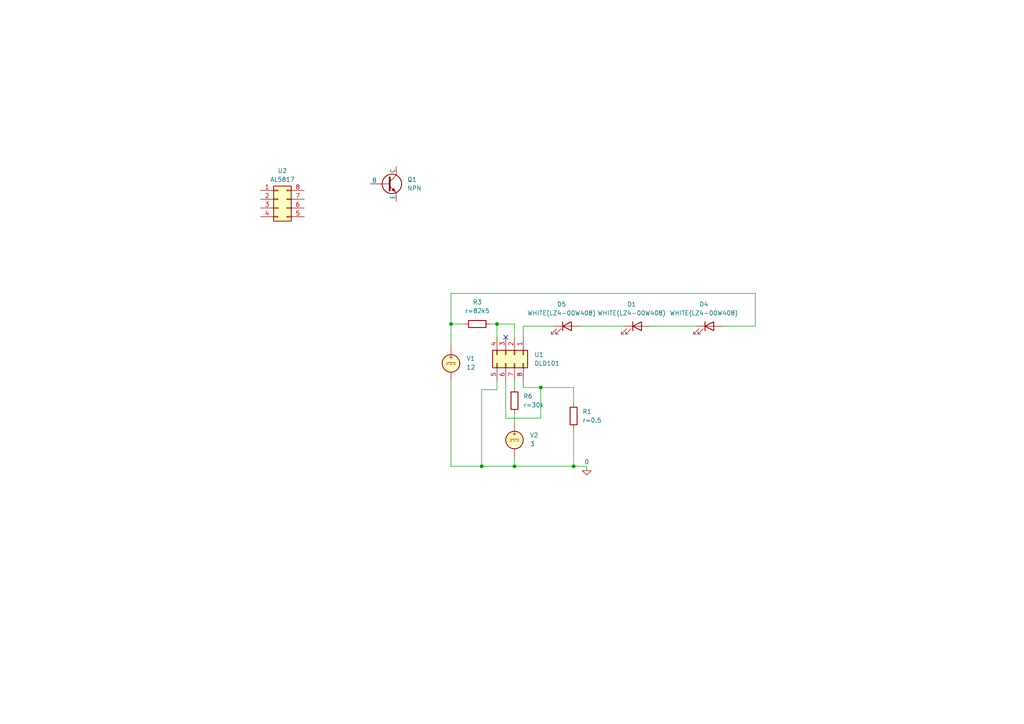
<source format=kicad_sch>
(kicad_sch (version 20230121) (generator eeschema)
  (paper "A4")
  (lib_symbols
    (symbol "Connector_Generic:Conn_02x04_Counter_Clockwise" (pin_names (offset 1.016) hide)
      (property "Reference" "J" (at 1.27 5.08 0))
      (property "Value" "Conn_02x04_Counter_Clockwise" (at 1.27 -7.62 0))
      (symbol "Conn_02x04_Counter_Clockwise_1_1"
        (rectangle (start -1.27 -4.953) (end 0 -5.207) (stroke (width 0.1524)))
        (rectangle (start -1.27 -2.413) (end 0 -2.667) (stroke (width 0.1524)))
        (rectangle (start -1.27 0.127) (end 0 -0.127) (stroke (width 0.1524)))
        (rectangle (start -1.27 2.667) (end 0 2.413) (stroke (width 0.1524)))
        (rectangle (start -1.27 3.81) (end 3.81 -6.35) (stroke (width 0.254)) (fill (type background)))
        (rectangle (start 3.81 -4.953) (end 2.54 -5.207) (stroke (width 0.1524)))
        (rectangle (start 3.81 -2.413) (end 2.54 -2.667) (stroke (width 0.1524)))
        (rectangle (start 3.81 0.127) (end 2.54 -0.127) (stroke (width 0.1524)))
        (rectangle (start 3.81 2.667) (end 2.54 2.413) (stroke (width 0.1524)))
        (pin passive line (at -5.08 2.54 0) (length 3.81) (name "Pin_1") (number "1"))
        (pin passive line (at -5.08 0 0) (length 3.81) (name "Pin_2") (number "2"))
        (pin passive line (at -5.08 -2.54 0) (length 3.81) (name "Pin_3") (number "3"))
        (pin passive line (at -5.08 -5.08 0) (length 3.81) (name "Pin_4") (number "4"))
        (pin passive line (at 7.62 -5.08 180) (length 3.81) (name "Pin_5") (number "5"))
        (pin passive line (at 7.62 -2.54 180) (length 3.81) (name "Pin_6") (number "6"))
        (pin passive line (at 7.62 0 180) (length 3.81) (name "Pin_7") (number "7"))
        (pin passive line (at 7.62 2.54 180) (length 3.81) (name "Pin_8") (number "8"))
      )
    )
    (symbol "Device:LED" (pin_numbers hide) (pin_names (offset 1.016) hide)
      (property "Reference" "D" (at 0 2.54 0))
      (property "Value" "LED" (at 0 -2.54 0))
      (symbol "LED_0_1"
        (polyline (pts (xy -1.27 -1.27) (xy -1.27 1.27)) (stroke (width 0.254)))
        (polyline (pts (xy -1.27 0) (xy 1.27 0)))
        (polyline (pts (xy 1.27 -1.27) (xy 1.27 1.27) (xy -1.27 0) (xy 1.27 -1.27)) (stroke (width 0.254)))
        (polyline (pts (xy -3.048 -0.762) (xy -4.572 -2.286) (xy -3.81 -2.286) (xy -4.572 -2.286) (xy -4.572 -1.524)))
        (polyline (pts (xy -1.778 -0.762) (xy -3.302 -2.286) (xy -2.54 -2.286) (xy -3.302 -2.286) (xy -3.302 -1.524)))
      )
      (symbol "LED_1_1"
        (pin passive line (at -3.81 0 0) (length 2.54) (name "K") (number "1"))
        (pin passive line (at 3.81 0 180) (length 2.54) (name "A") (number "2"))
      )
    )
    (symbol "Device:R" (pin_numbers hide) (pin_names (offset 0))
      (property "Reference" "R" (at 2.032 0 90))
      (property "Value" "R" (at 0 0 90))
      (symbol "R_0_1"
        (rectangle (start -1.016 -2.54) (end 1.016 2.54) (stroke (width 0.254)))
      )
      (symbol "R_1_1"
        (pin passive line (at 0 3.81 270) (length 1.27) (name "~") (number "1"))
        (pin passive line (at 0 -3.81 90) (length 1.27) (name "~") (number "2"))
      )
    )
    (symbol "Simulation_SPICE:0" (power) (pin_names (offset 0))
      (property "Value" "0" (at 0 -1.778 0))
      (symbol "0_0_1"
        (polyline (pts (xy -1.27 0) (xy 0 -1.27) (xy 1.27 0) (xy -1.27 0)))
      )
      (symbol "0_1_1"
        (pin power_in line (at 0 0 0) (length 0) hide (name "0") (number "1"))
      )
    )
    (symbol "Simulation_SPICE:NPN" (pin_numbers hide) (pin_names (offset 0))
      (property "Reference" "Q" (at -2.54 7.62 0))
      (property "Value" "NPN" (at -2.54 5.08 0))
      (symbol "NPN_0_1"
        (polyline (pts (xy -2.54 0) (xy 0.635 0)) (stroke (width 0.1524)))
        (polyline (pts (xy 0.635 0.635) (xy 2.54 2.54)))
        (polyline (pts (xy 2.794 -1.27) (xy 2.794 -1.27)) (stroke (width 0.1524)))
        (polyline (pts (xy 2.794 -1.27) (xy 2.794 -1.27)) (stroke (width 0.1524)))
        (polyline (pts (xy 0.635 -0.635) (xy 2.54 -2.54) (xy 2.54 -2.54)))
        (polyline (pts (xy 0.635 1.905) (xy 0.635 -1.905) (xy 0.635 -1.905)) (stroke (width 0.508)))
        (polyline (pts (xy 1.27 -1.778) (xy 1.778 -1.27) (xy 2.286 -2.286) (xy 1.27 -1.778) (xy 1.27 -1.778)) (fill (type outline)))
        (circle (center 1.27 0) (radius 2.8194) (stroke (width 0.254)))
      )
      (symbol "NPN_1_1"
        (pin open_collector line (at 2.54 5.08 270) (length 2.54) (name "C") (number "1"))
        (pin input line (at -5.08 0 0) (length 2.54) (name "B") (number "2"))
        (pin open_emitter line (at 2.54 -5.08 90) (length 2.54) (name "E") (number "3"))
      )
    )
    (symbol "Simulation_SPICE:VDC" (pin_numbers hide) (pin_names (offset 0.0254))
      (property "Reference" "V" (at 2.54 2.54 0))
      (property "Value" "1" (at 2.54 0 0))
      (symbol "VDC_0_0"
        (polyline (pts (xy -1.27 0.254) (xy 1.27 0.254)))
        (polyline (pts (xy -0.762 -0.254) (xy -1.27 -0.254)))
        (polyline (pts (xy 0.254 -0.254) (xy -0.254 -0.254)))
        (polyline (pts (xy 1.27 -0.254) (xy 0.762 -0.254)))
        (text "+" (at 0 1.905 0) (effects (font (size 1.27 1.27))))
      )
      (symbol "VDC_0_1"
        (circle (center 0 0) (radius 2.54) (stroke (width 0.254)) (fill (type background)))
      )
      (symbol "VDC_1_1"
        (pin passive line (at 0 5.08 270) (length 2.54) (name "~") (number "1"))
        (pin passive line (at 0 -5.08 90) (length 2.54) (name "~") (number "2"))
      )
    )
  )
  (junction (at 156.845 112.395))
  (junction (at 139.7 135.255))
  (junction (at 166.37 135.255))
  (junction (at 149.225 135.255))
  (junction (at 144.145 93.98))
  (junction (at 130.81 93.98))
  (no_connect (at 146.685 97.79))
  (wire (pts (xy 160.655 94.615) (xy 151.765 94.615)))
  (wire (pts (xy 149.225 132.715) (xy 149.225 135.255)))
  (wire (pts (xy 151.765 112.395) (xy 156.845 112.395)))
  (wire (pts (xy 170.18 136.525) (xy 170.18 135.255)))
  (wire (pts (xy 139.7 135.255) (xy 139.7 113.03)))
  (wire (pts (xy 130.81 135.255) (xy 139.7 135.255)))
  (wire (pts (xy 209.55 94.615) (xy 219.075 94.615)))
  (wire (pts (xy 149.225 120.015) (xy 149.225 122.555)))
  (wire (pts (xy 166.37 112.395) (xy 166.37 116.84)))
  (wire (pts (xy 130.81 85.09) (xy 130.81 93.98)))
  (wire (pts (xy 219.075 85.09) (xy 130.81 85.09)))
  (wire (pts (xy 151.765 94.615) (xy 151.765 97.79)))
  (wire (pts (xy 149.225 97.79) (xy 149.225 93.98)))
  (wire (pts (xy 146.685 121.285) (xy 156.845 121.285)))
  (wire (pts (xy 144.145 113.03) (xy 144.145 110.49)))
  (wire (pts (xy 166.37 135.255) (xy 166.37 124.46)))
  (wire (pts (xy 156.845 112.395) (xy 166.37 112.395)))
  (wire (pts (xy 149.225 135.255) (xy 139.7 135.255)))
  (wire (pts (xy 149.225 93.98) (xy 144.145 93.98)))
  (wire (pts (xy 188.595 94.615) (xy 201.93 94.615)))
  (wire (pts (xy 130.81 110.49) (xy 130.81 135.255)))
  (wire (pts (xy 142.24 93.98) (xy 144.145 93.98)))
  (wire (pts (xy 144.145 93.98) (xy 144.145 97.79)))
  (wire (pts (xy 156.845 121.285) (xy 156.845 112.395)))
  (wire (pts (xy 168.275 94.615) (xy 180.975 94.615)))
  (wire (pts (xy 149.225 110.49) (xy 149.225 112.395)))
  (wire (pts (xy 139.7 113.03) (xy 144.145 113.03)))
  (wire (pts (xy 166.37 135.255) (xy 149.225 135.255)))
  (wire (pts (xy 219.075 94.615) (xy 219.075 85.09)))
  (wire (pts (xy 130.81 93.98) (xy 130.81 100.33)))
  (wire (pts (xy 151.765 110.49) (xy 151.765 112.395)))
  (wire (pts (xy 130.81 93.98) (xy 134.62 93.98)))
  (wire (pts (xy 170.18 135.255) (xy 166.37 135.255)))
  (wire (pts (xy 146.685 110.49) (xy 146.685 121.285)))
  (symbol (lib_id "Connector_Generic:Conn_02x04_Counter_Clockwise") (at 80.645 57.785 0) (unit 1)
    (property "Reference" "U2" (at 81.915 49.53 0))
    (property "Value" "AL5817" (at 81.915 52.07 0))
    (property "Sim.Library" "DLD101.spice.txt" (effects hide))
    (property "Sim.Name" "DLD101" (effects hide))
    (property "Sim.Device" "SUBCKT" (effects hide))
    (property "Sim.Pins" "1=P1 2=P2 4=P4 5=P5 6=P6 7=P7 8=P8" (effects hide))
  )
  (symbol (lib_id "Device:LED") (at 184.785 94.615 0) (unit 1)
    (property "Reference" "D1" (at 183.1975 88.265 0))
    (property "Value" "WHITE(LZ4-00W408)" (at 183.1975 90.805 0))
    (property "Sim.Device" "D" (effects hide))
    (property "Sim.Pins" "1=K 2=A" (effects hide))
    (property "Sim.Params" "is=6.22055e-22 rs=586.87m n=2.31993" (effects hide))
  )
  (symbol (lib_id "Device:R") (at 149.225 116.205 0) (unit 1)
    (property "Reference" "R6" (at 151.765 114.935 0) (effects (justify left)))
    (property "Value" "${SIM.PARAMS}" (at 151.765 117.475 0) (effects (justify left)))
    (property "Sim.Device" "R" (effects hide))
    (property "Sim.Type" "=" (effects hide))
    (property "Sim.Params" "r=30k" (effects hide))
    (property "Sim.Pins" "1=+ 2=-" (effects hide))
  )
  (symbol (lib_id "Device:R") (at 138.43 93.98 90) (unit 1)
    (property "Reference" "R3" (at 138.43 87.63 90))
    (property "Value" "${SIM.PARAMS}" (at 138.43 90.17 90))
    (property "Sim.Device" "R" (effects hide))
    (property "Sim.Type" "=" (effects hide))
    (property "Sim.Params" "r=82k5" (effects hide))
    (property "Sim.Pins" "1=+ 2=-" (effects hide))
  )
  (symbol (lib_id "Simulation_SPICE:0") (at 170.18 136.525 0) (unit 1)
    (property "Reference" "#GND01" (effects hide))
    (property "Value" "0" (at 170.18 133.985 0))
  )
  (symbol (lib_id "Simulation_SPICE:NPN") (at 112.395 53.34 0) (unit 1)
    (property "Reference" "Q1" (at 118.11 52.07 0) (effects (justify left)))
    (property "Value" "NPN" (at 118.11 54.61 0) (effects (justify left)))
    (property "Sim.Device" "NPN" (effects hide))
    (property "Sim.Type" "GUMMELPOON" (effects hide))
    (property "Sim.Pins" "1=C 2=B 3=E" (effects hide))
  )
  (symbol (lib_id "Device:LED") (at 164.465 94.615 0) (unit 1)
    (property "Reference" "D5" (at 162.8775 88.265 0))
    (property "Value" "WHITE(LZ4-00W408)" (at 162.8775 90.805 0))
    (property "Sim.Device" "D" (effects hide))
    (property "Sim.Pins" "1=K 2=A" (effects hide))
    (property "Sim.Params" "is=6.22055e-22 rs=586.87m n=2.31993" (effects hide))
  )
  (symbol (lib_id "Device:R") (at 166.37 120.65 0) (unit 1)
    (property "Reference" "R1" (at 168.91 119.38 0) (effects (justify left)))
    (property "Value" "${SIM.PARAMS}" (at 168.91 121.92 0) (effects (justify left)))
    (property "Sim.Device" "R" (effects hide))
    (property "Sim.Type" "=" (effects hide))
    (property "Sim.Params" "r=0.5" (effects hide))
    (property "Sim.Pins" "1=+ 2=-" (effects hide))
  )
  (symbol (lib_id "Device:LED") (at 205.74 94.615 0) (unit 1)
    (property "Reference" "D4" (at 204.1525 88.265 0))
    (property "Value" "WHITE(LZ4-00W408)" (at 204.1525 90.805 0))
    (property "Sim.Device" "D" (effects hide))
    (property "Sim.Pins" "1=K 2=A" (effects hide))
    (property "Sim.Params" "is=6.22055e-22 rs=586.87m n=2.31993" (effects hide))
  )
  (symbol (lib_id "Simulation_SPICE:VDC") (at 149.225 127.635 0) (unit 1)
    (property "Reference" "V2" (at 153.67 126.2352 0) (effects (justify left)))
    (property "Value" "3" (at 153.67 128.7752 0) (effects (justify left)))
    (property "Sim.Pins" "1=+ 2=-" (effects hide))
    (property "Sim.Type" "DC" (effects hide))
    (property "Sim.Device" "V" (effects hide))
  )
  (symbol (lib_id "Connector_Generic:Conn_02x04_Counter_Clockwise") (at 149.225 102.87 270) (unit 1)
    (property "Reference" "U1" (at 154.94 102.87 90) (effects (justify left)))
    (property "Value" "DLD101" (at 154.94 105.41 90) (effects (justify left)))
    (property "Sim.Library" "DLD101.spice.txt" (effects hide))
    (property "Sim.Name" "DLD101" (effects hide))
    (property "Sim.Device" "SUBCKT" (effects hide))
    (property "Sim.Pins" "1=P1 2=P2 4=P4 5=P5 6=P6 7=P7 8=P8" (effects hide))
  )
  (symbol (lib_id "Simulation_SPICE:VDC") (at 130.81 105.41 0) (unit 1)
    (property "Reference" "V1" (at 135.255 104.0102 0) (effects (justify left)))
    (property "Value" "12" (at 135.255 106.5502 0) (effects (justify left)))
    (property "Sim.Pins" "1=+ 2=-" (effects hide))
    (property "Sim.Type" "DC" (effects hide))
    (property "Sim.Device" "V" (effects hide))
  )
)
</source>
